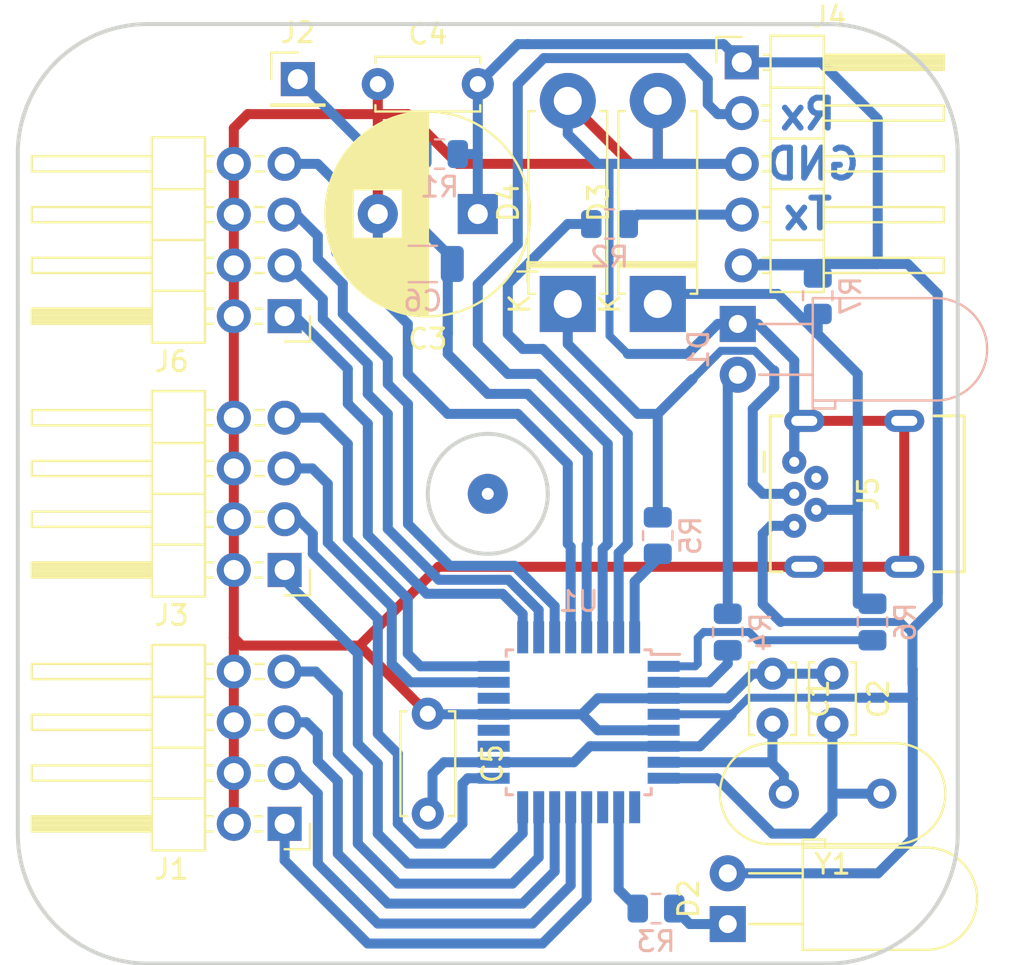
<source format=kicad_pcb>
(kicad_pcb (version 20211014) (generator pcbnew)
  (layers (0 "F.Cu" signal) (31 "B.Cu" signal) (34 "B.Paste" user) (35 "F.Paste" user) (36 "B.SilkS" user "B.Silkscreen") (37 "F.SilkS" user "F.Silkscreen") (38 "B.Mask" user) (39 "F.Mask" user) (44 "Edge.Cuts" user))
  (net 0 "")
  (net 1 "GNDD")
  (net 2 "Net-(C1-Pad2)")
  (net 3 "Net-(C2-Pad2)")
  (net 4 "VCC")
  (net 5 "Net-(D3-Pad1)")
  (net 6 "Net-(D4-Pad1)")
  (net 7 "/Rx")
  (net 8 "Net-(J4-Pad4)")
  (net 10 "/Tx")
  (net 11 "Net-(R3-Pad1)")
  (net 12 "Net-(R5-Pad1)")
  (net 13 "Net-(R6-Pad1)")
  (net 18 "Net-(R1-Pad1)")
  (net 19 "Net-(U1-Pad12)")
  (net 20 "Net-(U1-Pad13)")
  (net 21 "Net-(U1-Pad14)")
  (net 22 "Net-(U1-Pad15)")
  (net 23 "Net-(U1-Pad16)")
  (net 24 "Net-(U1-Pad17)")
  (net 25 "Net-(U1-Pad23)")
  (net 26 "Net-(U1-Pad24)")
  (net 27 "Net-(U1-Pad25)")
  (net 28 "Net-(U1-Pad26)")
  (net 29 "Net-(U1-Pad27)")
  (net 30 "Net-(U1-Pad28)")
  (net 31 "Net-(R4-Pad2)")
  (net 32 "Net-(U1-Pad2)")
  (net 34 "Net-(D2-Pad1)")
  (footprint "Capacitor_THT:C_Disc_D5.0mm_W2.5mm_P5.00mm" (layer "F.Cu") (at 38 23)
    (fp_text reference "C4" (at 2.5 -2.5) (layer "F.SilkS"))
    (fp_text value "C")
    (pad "1" thru_hole circle (at 0 0) (size 1.6 1.6) (drill 0.8) (layers *.Cu *.Mask) (net 1 "GNDD"))
    (pad "2" thru_hole circle (at 5 0) (size 1.6 1.6) (drill 0.8) (layers *.Cu *.Mask) (net 4 "VCC"))
  )
  (footprint "Connector_PinHeader_2.54mm:PinHeader_2x04_P2.54mm_Horizontal" (layer "F.Cu") (at 33.34 34.61 180)
    (fp_text reference "J6" (at 5.655 -2.27 180) (layer "F.SilkS"))
    (fp_text value "Conn_02x04_Odd_Even")
    (pad "1" thru_hole rect (at 0 0 180) (size 1.7 1.7) (drill 1) (layers *.Cu *.Mask) (net 27 "Net-(U1-Pad25)"))
    (pad "2" thru_hole oval (at 2.54 0 180) (size 1.7 1.7) (drill 1) (layers *.Cu *.Mask) (net 1 "GNDD"))
    (pad "3" thru_hole oval (at 0 2.54 180) (size 1.7 1.7) (drill 1) (layers *.Cu *.Mask) (net 28 "Net-(U1-Pad26)"))
    (pad "4" thru_hole oval (at 2.54 2.54 180) (size 1.7 1.7) (drill 1) (layers *.Cu *.Mask) (net 1 "GNDD"))
    (pad "5" thru_hole oval (at 0 5.08 180) (size 1.7 1.7) (drill 1) (layers *.Cu *.Mask) (net 29 "Net-(U1-Pad27)"))
    (pad "6" thru_hole oval (at 2.54 5.08 180) (size 1.7 1.7) (drill 1) (layers *.Cu *.Mask) (net 1 "GNDD"))
    (pad "7" thru_hole oval (at 0 7.62 180) (size 1.7 1.7) (drill 1) (layers *.Cu *.Mask) (net 30 "Net-(U1-Pad28)"))
    (pad "8" thru_hole oval (at 2.54 7.62 180) (size 1.7 1.7) (drill 1) (layers *.Cu *.Mask) (net 1 "GNDD"))
  )
  (footprint "Capacitor_THT:C_Disc_D5.0mm_W2.5mm_P5.00mm" (layer "F.Cu") (at 40.5 54.5 -90)
    (fp_text reference "C5" (at 2.5 -3.235 90) (layer "F.SilkS"))
    (fp_text value "C")
    (pad "1" thru_hole circle (at 0 0 270) (size 1.6 1.6) (drill 0.8) (layers *.Cu *.Mask) (net 1 "GNDD"))
    (pad "2" thru_hole circle (at 5 0 270) (size 1.6 1.6) (drill 0.8) (layers *.Cu *.Mask) (net 4 "VCC"))
  )
  (footprint "Connector_PinHeader_2.54mm:PinHeader_1x05_P2.54mm_Horizontal" (layer "F.Cu") (at 56.2 21.91)
    (fp_text reference "J4" (at 4.385 -2.27) (layer "F.SilkS"))
    (fp_text value "UART")
    (pad "1" thru_hole rect (at 0 0) (size 1.7 1.7) (drill 1) (layers *.Cu *.Mask) (net 4 "VCC"))
    (pad "2" thru_hole oval (at 0 2.54) (size 1.7 1.7) (drill 1) (layers *.Cu *.Mask) (net 7 "/Rx"))
    (pad "3" thru_hole oval (at 0 5.08) (size 1.7 1.7) (drill 1) (layers *.Cu *.Mask) (net 1 "GNDD"))
    (pad "4" thru_hole oval (at 0 7.62) (size 1.7 1.7) (drill 1) (layers *.Cu *.Mask) (net 8 "Net-(J4-Pad4)"))
    (pad "5" thru_hole oval (at 0 10.16) (size 1.7 1.7) (drill 1) (layers *.Cu *.Mask) (net 4 "VCC"))
  )
  (footprint "LED_THT:LED_D5.0mm_Horizontal_O3.81mm_Z9.0mm" (layer "F.Cu") (at 55.5 65.025 90)
    (fp_text reference "D2" (at 1.27 -1.96 90) (layer "F.SilkS"))
    (fp_text value "LED")
    (pad "1" thru_hole rect (at 0 0 90) (size 1.8 1.8) (drill 0.9) (layers *.Cu *.Mask) (net 34 "Net-(D2-Pad1)"))
    (pad "2" thru_hole circle (at 2.54 0 90) (size 1.8 1.8) (drill 0.9) (layers *.Cu *.Mask) (net 4 "VCC"))
  )
  (footprint "userlib_kicad:USB-mini" (layer "F.Cu") (at 58.825 41.9 -90)
    (fp_text reference "J5" (at 1.6 -3.7 90) (layer "F.SilkS"))
    (fp_text value "USB_B_Mini")
    (pad "1" thru_hole circle locked (at 3.2 0 270) (size 1.2 1.2) (drill 0.5) (layers *.Cu *.Mask) (net 4 "VCC"))
    (pad "2" thru_hole circle locked (at 2.4 -1.1 270) (size 1.2 1.2) (drill 0.5) (layers *.Cu *.Mask) (net 5 "Net-(D3-Pad1)"))
    (pad "3" thru_hole circle locked (at 1.6 0 270) (size 1.2 1.2) (drill 0.5) (layers *.Cu *.Mask) (net 6 "Net-(D4-Pad1)"))
    (pad "4" thru_hole circle locked (at 0.8 -1.1 270) (size 1.2 1.2) (drill 0.5) (layers *.Cu *.Mask))
    (pad "5" thru_hole circle locked (at 0 0) (size 1.2 1.2) (drill 0.5) (layers *.Cu *.Mask) (net 1 "GNDD"))
    (pad "6" thru_hole oval locked (at 5.25 -0.5 270) (size 1.1 2) (drill oval 0.5 1.3) (layers *.Cu *.Mask) (net 1 "GNDD"))
    (pad "6" thru_hole oval locked (at -2.05 -5.5 270) (size 1.1 2) (drill oval 0.5 1.3) (layers *.Cu *.Mask) (net 1 "GNDD"))
    (pad "6" thru_hole oval locked (at -2.05 -0.5 270) (size 1.1 2) (drill oval 0.5 1.3) (layers *.Cu *.Mask) (net 1 "GNDD"))
    (pad "6" thru_hole oval locked (at 5.25 -5.5 270) (size 1.1 2) (drill oval 0.5 1.3) (layers *.Cu *.Mask) (net 1 "GNDD"))
  )
  (footprint "Connector_PinHeader_2.54mm:PinHeader_2x04_P2.54mm_Horizontal" (layer "F.Cu") (at 33.34 60.01 180)
    (fp_text reference "J1" (at 5.655 -2.27 180) (layer "F.SilkS"))
    (fp_text value "Conn_02x04_Odd_Even")
    (pad "1" thru_hole rect (at 0 0 180) (size 1.7 1.7) (drill 1) (layers *.Cu *.Mask) (net 19 "Net-(U1-Pad12)"))
    (pad "2" thru_hole oval (at 2.54 0 180) (size 1.7 1.7) (drill 1) (layers *.Cu *.Mask) (net 1 "GNDD"))
    (pad "3" thru_hole oval (at 0 2.54 180) (size 1.7 1.7) (drill 1) (layers *.Cu *.Mask) (net 20 "Net-(U1-Pad13)"))
    (pad "4" thru_hole oval (at 2.54 2.54 180) (size 1.7 1.7) (drill 1) (layers *.Cu *.Mask) (net 1 "GNDD"))
    (pad "5" thru_hole oval (at 0 5.08 180) (size 1.7 1.7) (drill 1) (layers *.Cu *.Mask) (net 21 "Net-(U1-Pad14)"))
    (pad "6" thru_hole oval (at 2.54 5.08 180) (size 1.7 1.7) (drill 1) (layers *.Cu *.Mask) (net 1 "GNDD"))
    (pad "7" thru_hole oval (at 0 7.62 180) (size 1.7 1.7) (drill 1) (layers *.Cu *.Mask) (net 22 "Net-(U1-Pad15)"))
    (pad "8" thru_hole oval (at 2.54 7.62 180) (size 1.7 1.7) (drill 1) (layers *.Cu *.Mask) (net 1 "GNDD"))
  )
  (footprint "Connector_PinHeader_2.54mm:PinHeader_1x01_P2.54mm_Vertical" (layer "F.Cu") (at 34 22.75)
    (fp_text reference "J2" (at 0 -2.33) (layer "F.SilkS"))
    (fp_text value "RST")
    (pad "1" thru_hole rect (at 0 0) (size 1.7 1.7) (drill 1) (layers *.Cu *.Mask) (net 18 "Net-(R1-Pad1)"))
  )
  (footprint "Capacitor_THT:C_Disc_D3.4mm_W2.1mm_P2.50mm" (layer "F.Cu") (at 60.735 52.5 -90)
    (fp_text reference "C2" (at 1.25 -2.3 90) (layer "F.SilkS"))
    (fp_text value "C")
    (pad "1" thru_hole circle (at 0 0 270) (size 1.6 1.6) (drill 0.8) (layers *.Cu *.Mask) (net 1 "GNDD"))
    (pad "2" thru_hole circle (at 2.5 0 270) (size 1.6 1.6) (drill 0.8) (layers *.Cu *.Mask) (net 3 "Net-(C2-Pad2)"))
  )
  (footprint "Crystal:Crystal_HC49-U_Vertical" (layer "F.Cu") (at 63.185 58.5 180)
    (fp_text reference "Y1" (at 2.44 -3.525) (layer "F.SilkS"))
    (fp_text value "Crystal")
    (pad "1" thru_hole circle (at 0 0 180) (size 1.5 1.5) (drill 0.8) (layers *.Cu *.Mask) (net 3 "Net-(C2-Pad2)"))
    (pad "2" thru_hole circle (at 4.88 0 180) (size 1.5 1.5) (drill 0.8) (layers *.Cu *.Mask) (net 2 "Net-(C1-Pad2)"))
  )
  (footprint "Diode_THT:D_5W_P10.16mm_Horizontal" (layer "F.Cu") (at 52 34 90)
    (fp_text reference "D3" (at 5.08 -2.97 90) (layer "F.SilkS"))
    (fp_text value "D_Zener")
    (fp_text user "K" (at 0 -2.4 90) (layer "F.SilkS"))
    (pad "1" thru_hole rect (at 0 0 90) (size 2.8 2.8) (drill 1.4) (layers *.Cu *.Mask) (net 5 "Net-(D3-Pad1)"))
    (pad "2" thru_hole oval (at 10.16 0 90) (size 2.8 2.8) (drill 1.4) (layers *.Cu *.Mask) (net 1 "GNDD"))
  )
  (footprint "Diode_THT:D_5W_P10.16mm_Horizontal" (layer "F.Cu") (at 47.5 34 90)
    (fp_text reference "D4" (at 5.08 -2.97 90) (layer "F.SilkS"))
    (fp_text value "D_Zener")
    (fp_text user "K" (at 0 -2.4 90) (layer "F.SilkS"))
    (pad "1" thru_hole rect (at 0 0 90) (size 2.8 2.8) (drill 1.4) (layers *.Cu *.Mask) (net 6 "Net-(D4-Pad1)"))
    (pad "2" thru_hole oval (at 10.16 0 90) (size 2.8 2.8) (drill 1.4) (layers *.Cu *.Mask) (net 1 "GNDD"))
  )
  (footprint "Connector_PinHeader_2.54mm:PinHeader_2x04_P2.54mm_Horizontal" (layer "F.Cu") (at 33.34 47.31 180)
    (fp_text reference "J3" (at 5.655 -2.27 180) (layer "F.SilkS"))
    (fp_text value "Conn_02x04_Odd_Even")
    (pad "1" thru_hole rect (at 0 0 180) (size 1.7 1.7) (drill 1) (layers *.Cu *.Mask) (net 23 "Net-(U1-Pad16)"))
    (pad "2" thru_hole oval (at 2.54 0 180) (size 1.7 1.7) (drill 1) (layers *.Cu *.Mask) (net 1 "GNDD"))
    (pad "3" thru_hole oval (at 0 2.54 180) (size 1.7 1.7) (drill 1) (layers *.Cu *.Mask) (net 24 "Net-(U1-Pad17)"))
    (pad "4" thru_hole oval (at 2.54 2.54 180) (size 1.7 1.7) (drill 1) (layers *.Cu *.Mask) (net 1 "GNDD"))
    (pad "5" thru_hole oval (at 0 5.08 180) (size 1.7 1.7) (drill 1) (layers *.Cu *.Mask) (net 25 "Net-(U1-Pad23)"))
    (pad "6" thru_hole oval (at 2.54 5.08 180) (size 1.7 1.7) (drill 1) (layers *.Cu *.Mask) (net 1 "GNDD"))
    (pad "7" thru_hole oval (at 0 7.62 180) (size 1.7 1.7) (drill 1) (layers *.Cu *.Mask) (net 26 "Net-(U1-Pad24)"))
    (pad "8" thru_hole oval (at 2.54 7.62 180) (size 1.7 1.7) (drill 1) (layers *.Cu *.Mask) (net 1 "GNDD"))
  )
  (footprint "Capacitor_THT:C_Disc_D3.4mm_W2.1mm_P2.50mm" (layer "F.Cu") (at 57.735 52.5 -90)
    (fp_text reference "C1" (at 1.25 -2.3 90) (layer "F.SilkS"))
    (fp_text value "C")
    (pad "1" thru_hole circle (at 0 0 270) (size 1.6 1.6) (drill 0.8) (layers *.Cu *.Mask) (net 1 "GNDD"))
    (pad "2" thru_hole circle (at 2.5 0 270) (size 1.6 1.6) (drill 0.8) (layers *.Cu *.Mask) (net 2 "Net-(C1-Pad2)"))
  )
  (footprint "Capacitor_THT:CP_Radial_D10.0mm_P5.00mm" (layer "F.Cu") (at 43 29.5 180)
    (fp_text reference "C3" (at 2.5 -6.25) (layer "F.SilkS"))
    (fp_text value "C_Polarized")
    (pad "1" thru_hole rect (at 0 0 180) (size 2 2) (drill 1) (layers *.Cu *.Mask) (net 4 "VCC"))
    (pad "2" thru_hole circle (at 5 0 180) (size 2 2) (drill 1) (layers *.Cu *.Mask) (net 1 "GNDD"))
  )
  (footprint "Resistor_SMD:R_0805_2012Metric" (layer "B.Cu") (at 49.5875 30)
    (fp_text reference "R2" (at 0 1.65) (layer "B.SilkS") (effects (justify mirror)))
    (fp_text value "R")
    (pad "1" smd roundrect (at -0.9125 0) (size 1.025 1.4) (layers "B.Cu" "B.Paste" "B.Mask") (roundrect_rratio 0.243902439) (net 10 "/Tx"))
    (pad "2" smd roundrect (at 0.9125 0) (size 1.025 1.4) (layers "B.Cu" "B.Paste" "B.Mask") (roundrect_rratio 0.243902439) (net 8 "Net-(J4-Pad4)"))
  )
  (footprint "Capacitor_SMD:C_1206_3216Metric" (layer "B.Cu") (at 40.25 32)
    (fp_text reference "C6" (at 0 1.85) (layer "B.SilkS") (effects (justify mirror)))
    (fp_text value "C")
    (pad "1" smd roundrect (at -1.475 0) (size 1.15 1.8) (layers "B.Cu" "B.Paste" "B.Mask") (roundrect_rratio 0.2173913043) (net 1 "GNDD"))
    (pad "2" smd roundrect (at 1.475 0) (size 1.15 1.8) (layers "B.Cu" "B.Paste" "B.Mask") (roundrect_rratio 0.2173913043) (net 18 "Net-(R1-Pad1)"))
  )
  (footprint "Resistor_SMD:R_0805_2012Metric" (layer "B.Cu") (at 41.0875 26.5)
    (fp_text reference "R1" (at 0 1.65) (layer "B.SilkS") (effects (justify mirror)))
    (fp_text value "R")
    (pad "1" smd roundrect (at -0.9125 0) (size 1.025 1.4) (layers "B.Cu" "B.Paste" "B.Mask") (roundrect_rratio 0.243902439) (net 18 "Net-(R1-Pad1)"))
    (pad "2" smd roundrect (at 0.9125 0) (size 1.025 1.4) (layers "B.Cu" "B.Paste" "B.Mask") (roundrect_rratio 0.243902439) (net 4 "VCC"))
  )
  (footprint "Package_QFP:TQFP-32_7x7mm_P0.8mm" (layer "B.Cu") (at 48.045 54.93 180)
    (fp_text reference "U1" (at 0 6.05) (layer "B.SilkS") (effects (justify mirror)))
    (fp_text value "ATmega8A-A")
    (pad "1" smd rect (at -4.25 2.8 180) (size 1.6 0.55) (layers "B.Cu" "B.Paste" "B.Mask") (net 13 "Net-(R6-Pad1)"))
    (pad "2" smd rect (at -4.25 2 180) (size 1.6 0.55) (layers "B.Cu" "B.Paste" "B.Mask") (net 32 "Net-(U1-Pad2)"))
    (pad "3" smd rect (at -4.25 1.2 180) (size 1.6 0.55) (layers "B.Cu" "B.Paste" "B.Mask") (net 1 "GNDD"))
    (pad "4" smd rect (at -4.25 0.4 180) (size 1.6 0.55) (layers "B.Cu" "B.Paste" "B.Mask") (net 4 "VCC"))
    (pad "5" smd rect (at -4.25 -0.4 180) (size 1.6 0.55) (layers "B.Cu" "B.Paste" "B.Mask") (net 1 "GNDD"))
    (pad "6" smd rect (at -4.25 -1.2 180) (size 1.6 0.55) (layers "B.Cu" "B.Paste" "B.Mask") (net 4 "VCC"))
    (pad "7" smd rect (at -4.25 -2 180) (size 1.6 0.55) (layers "B.Cu" "B.Paste" "B.Mask") (net 2 "Net-(C1-Pad2)"))
    (pad "8" smd rect (at -4.25 -2.8 180) (size 1.6 0.55) (layers "B.Cu" "B.Paste" "B.Mask") (net 3 "Net-(C2-Pad2)"))
    (pad "9" smd rect (at -2.8 -4.25 90) (size 1.6 0.55) (layers "B.Cu" "B.Paste" "B.Mask"))
    (pad "10" smd rect (at -2 -4.25 90) (size 1.6 0.55) (layers "B.Cu" "B.Paste" "B.Mask") (net 11 "Net-(R3-Pad1)"))
    (pad "11" smd rect (at -1.2 -4.25 90) (size 1.6 0.55) (layers "B.Cu" "B.Paste" "B.Mask"))
    (pad "12" smd rect (at -0.4 -4.25 90) (size 1.6 0.55) (layers "B.Cu" "B.Paste" "B.Mask") (net 19 "Net-(U1-Pad12)"))
    (pad "13" smd rect (at 0.4 -4.25 90) (size 1.6 0.55) (layers "B.Cu" "B.Paste" "B.Mask") (net 20 "Net-(U1-Pad13)"))
    (pad "14" smd rect (at 1.2 -4.25 90) (size 1.6 0.55) (layers "B.Cu" "B.Paste" "B.Mask") (net 21 "Net-(U1-Pad14)"))
    (pad "15" smd rect (at 2 -4.25 90) (size 1.6 0.55) (layers "B.Cu" "B.Paste" "B.Mask") (net 22 "Net-(U1-Pad15)"))
    (pad "16" smd rect (at 2.8 -4.25 90) (size 1.6 0.55) (layers "B.Cu" "B.Paste" "B.Mask") (net 23 "Net-(U1-Pad16)"))
    (pad "17" smd rect (at 4.25 -2.8 180) (size 1.6 0.55) (layers "B.Cu" "B.Paste" "B.Mask") (net 24 "Net-(U1-Pad17)"))
    (pad "18" smd rect (at 4.25 -2 180) (size 1.6 0.55) (layers "B.Cu" "B.Paste" "B.Mask") (net 4 "VCC"))
    (pad "19" smd rect (at 4.25 -1.2 180) (size 1.6 0.55) (layers "B.Cu" "B.Paste" "B.Mask"))
    (pad "20" smd rect (at 4.25 -0.4 180) (size 1.6 0.55) (layers "B.Cu" "B.Paste" "B.Mask"))
    (pad "21" smd rect (at 4.25 0.4 180) (size 1.6 0.55) (layers "B.Cu" "B.Paste" "B.Mask") (net 1 "GNDD"))
    (pad "22" smd rect (at 4.25 1.2 180) (size 1.6 0.55) (layers "B.Cu" "B.Paste" "B.Mask"))
    (pad "23" smd rect (at 4.25 2 180) (size 1.6 0.55) (layers "B.Cu" "B.Paste" "B.Mask") (net 25 "Net-(U1-Pad23)"))
    (pad "24" smd rect (at 4.25 2.8 180) (size 1.6 0.55) (layers "B.Cu" "B.Paste" "B.Mask") (net 26 "Net-(U1-Pad24)"))
    (pad "25" smd rect (at 2.8 4.25 90) (size 1.6 0.55) (layers "B.Cu" "B.Paste" "B.Mask") (net 27 "Net-(U1-Pad25)"))
    (pad "26" smd rect (at 2 4.25 90) (size 1.6 0.55) (layers "B.Cu" "B.Paste" "B.Mask") (net 28 "Net-(U1-Pad26)"))
    (pad "27" smd rect (at 1.2 4.25 90) (size 1.6 0.55) (layers "B.Cu" "B.Paste" "B.Mask") (net 29 "Net-(U1-Pad27)"))
    (pad "28" smd rect (at 0.4 4.25 90) (size 1.6 0.55) (layers "B.Cu" "B.Paste" "B.Mask") (net 30 "Net-(U1-Pad28)"))
    (pad "29" smd rect (at -0.4 4.25 90) (size 1.6 0.55) (layers "B.Cu" "B.Paste" "B.Mask") (net 18 "Net-(R1-Pad1)"))
    (pad "30" smd rect (at -1.2 4.25 90) (size 1.6 0.55) (layers "B.Cu" "B.Paste" "B.Mask") (net 7 "/Rx"))
    (pad "31" smd rect (at -2 4.25 90) (size 1.6 0.55) (layers "B.Cu" "B.Paste" "B.Mask") (net 10 "/Tx"))
    (pad "32" smd rect (at -2.8 4.25 90) (size 1.6 0.55) (layers "B.Cu" "B.Paste" "B.Mask") (net 12 "Net-(R5-Pad1)"))
  )
  (footprint "Resistor_SMD:R_0805_2012Metric" (layer "B.Cu") (at 60 33.5875 90)
    (fp_text reference "R7" (at 0 1.65 90) (layer "B.SilkS") (effects (justify mirror)))
    (fp_text value "R")
    (pad "1" smd roundrect (at -0.9125 0 90) (size 1.025 1.4) (layers "B.Cu" "B.Paste" "B.Mask") (roundrect_rratio 0.243902439) (net 5 "Net-(D3-Pad1)"))
    (pad "2" smd roundrect (at 0.9125 0 90) (size 1.025 1.4) (layers "B.Cu" "B.Paste" "B.Mask") (roundrect_rratio 0.243902439) (net 4 "VCC"))
  )
  (footprint "Resistor_SMD:R_0805_2012Metric" (layer "B.Cu") (at 52 45.5875 90)
    (fp_text reference "R5" (at 0 1.65 90) (layer "B.SilkS") (effects (justify mirror)))
    (fp_text value "R")
    (pad "1" smd roundrect (at -0.9125 0 90) (size 1.025 1.4) (layers "B.Cu" "B.Paste" "B.Mask") (roundrect_rratio 0.243902439) (net 12 "Net-(R5-Pad1)"))
    (pad "2" smd roundrect (at 0.9125 0 90) (size 1.025 1.4) (layers "B.Cu" "B.Paste" "B.Mask") (roundrect_rratio 0.243902439) (net 6 "Net-(D4-Pad1)"))
  )
  (footprint "Resistor_SMD:R_0805_2012Metric" (layer "B.Cu") (at 62.735 49.9125 90)
    (fp_text reference "R6" (at 0 1.65 90) (layer "B.SilkS") (effects (justify mirror)))
    (fp_text value "R")
    (pad "1" smd roundrect (at -0.9125 0 90) (size 1.025 1.4) (layers "B.Cu" "B.Paste" "B.Mask") (roundrect_rratio 0.243902439) (net 13 "Net-(R6-Pad1)"))
    (pad "2" smd roundrect (at 0.9125 0 90) (size 1.025 1.4) (layers "B.Cu" "B.Paste" "B.Mask") (roundrect_rratio 0.243902439) (net 5 "Net-(D3-Pad1)"))
  )
  (footprint "LED_THT:LED_D5.0mm_Horizontal_O3.81mm_Z9.0mm" (layer "B.Cu") (at 56 35 -90)
    (fp_text reference "D1" (at 1.27 1.96 90) (layer "B.SilkS") (effects (justify mirror)))
    (fp_text value "LED")
    (pad "1" thru_hole rect (at 0 0 270) (size 1.8 1.8) (drill 0.9) (layers *.Cu *.Mask) (net 1 "GNDD") (clearance 0.1))
    (pad "2" thru_hole circle (at 2.54 0 270) (size 1.8 1.8) (drill 0.9) (layers *.Cu *.Mask) (net 31 "Net-(R4-Pad2)") (clearance 0.1))
  )
  (footprint "Resistor_SMD:R_0805_2012Metric" (layer "B.Cu") (at 55.5 50.4125 90)
    (fp_text reference "R4" (at 0 1.65 90) (layer "B.SilkS") (effects (justify mirror)))
    (fp_text value "R")
    (pad "1" smd roundrect (at -0.9125 0 90) (size 1.025 1.4) (layers "B.Cu" "B.Paste" "B.Mask") (roundrect_rratio 0.243902439) (net 32 "Net-(U1-Pad2)"))
    (pad "2" smd roundrect (at 0.9125 0 90) (size 1.025 1.4) (layers "B.Cu" "B.Paste" "B.Mask") (roundrect_rratio 0.243902439) (net 31 "Net-(R4-Pad2)"))
  )
  (footprint "Resistor_SMD:R_0805_2012Metric" (layer "B.Cu") (at 51.9125 64.25)
    (fp_text reference "R3" (at 0 1.65) (layer "B.SilkS") (effects (justify mirror)))
    (fp_text value "R")
    (pad "1" smd roundrect (at -0.9125 0) (size 1.025 1.4) (layers "B.Cu" "B.Paste" "B.Mask") (roundrect_rratio 0.243902439) (net 11 "Net-(R3-Pad1)"))
    (pad "2" smd roundrect (at 0.9125 0) (size 1.025 1.4) (layers "B.Cu" "B.Paste" "B.Mask") (roundrect_rratio 0.243902439) (net 34 "Net-(D2-Pad1)"))
  )
  (gr_arc (start 20.000001 26.25) (mid 21.989622 21.81281) (end 26.5 19.995195) (layer "Edge.Cuts") (width 0.2))
  (gr_line (start 26.5 19.995195) (end 60.5 20) (layer "Edge.Cuts") (width 0.2))
  (gr_arc (start 60.5 20) (mid 65.096194 21.903806) (end 67 26.5) (layer "Edge.Cuts") (width 0.2))
  (gr_line (start 60.5 67) (end 26.5 67) (layer "Edge.Cuts") (width 0.2))
  (gr_arc (start 67 60.5) (mid 65.096194 65.096194) (end 60.5 67) (layer "Edge.Cuts") (width 0.2))
  (gr_circle (center 43.5 43.5) (end 46.5 43.5) (layer "Edge.Cuts") (width 0.2) (fill none))
  (gr_arc (start 26.5 67) (mid 21.903806 65.096194) (end 20 60.5) (layer "Edge.Cuts") (width 0.2))
  (gr_line (start 20 60.5) (end 20.000001 26.25) (layer "Edge.Cuts") (width 0.2))
  (gr_line (start 67 26.5) (end 67 60.5) (layer "Edge.Cuts") (width 0.2))
  (gr_text "Rx" (at 59.5 24.5) (layer "B.Cu") (effects (font (size 1.5 1.5) (thickness 0.3)) (justify mirror)))
  (gr_text "Tx" (at 59.5 29.5) (layer "B.Cu") (effects (font (size 1.5 1.5) (thickness 0.3)) (justify mirror)))
  (gr_text "GND" (at 59.75 27) (layer "B.Cu") (effects (font (size 1.5 1.5) (thickness 0.3)) (justify mirror)))
  (via (at 43.5 43.5) (size 2) (drill 0.6) (layers "F.Cu" "B.Cu") (net 0))
  (segment (start 59.325 39.85) (end 64.325 39.85) (width 0.5) (layer "F.Cu") (net 1))
  (segment (start 38 24.5) (end 38 29.5) (width 0.5) (layer "F.Cu") (net 1))
  (segment (start 56.2 26.99) (end 52.01 26.99) (width 0.5) (layer "F.Cu") (net 1))
  (segment (start 38 23) (end 38 24.5) (width 0.5) (layer "F.Cu") (net 1))
  (segment (start 38 24.5) (end 39.5 24.5) (width 0.5) (layer "F.Cu") (net 1))
  (segment (start 41.030978 47.15) (end 37.090489 51.090489) (width 0.5) (layer "F.Cu") (net 1))
  (segment (start 52 23.84) (end 52 26.98) (width 0.5) (layer "F.Cu") (net 1))
  (segment (start 30.8 50.7) (end 30.8 60.01) (width 0.5) (layer "F.Cu") (net 1))
  (segment (start 64.325 39.85) (end 64.325 47.15) (width 0.5) (layer "F.Cu") (net 1))
  (segment (start 59.325 47.15) (end 41.030978 47.15) (width 0.5) (layer "F.Cu") (net 1))
  (segment (start 31.5 24.5) (end 38 24.5) (width 0.5) (layer "F.Cu") (net 1))
  (segment (start 40.5 54.5) (end 37.090489 51.090489) (width 0.5) (layer "F.Cu") (net 1))
  (segment (start 31.190489 51.090489) (end 30.8 50.7) (width 0.5) (layer "F.Cu") (net 1))
  (segment (start 37.090489 51.090489) (end 31.190489 51.090489) (width 0.5) (layer "F.Cu") (net 1))
  (segment (start 52 26.98) (end 52.01 26.99) (width 0.5) (layer "F.Cu") (net 1))
  (segment (start 39.5 24.5) (end 41.99 26.99) (width 0.5) (layer "F.Cu") (net 1))
  (segment (start 30.8 26.99) (end 30.8 25.2) (width 0.5) (layer "F.Cu") (net 1))
  (segment (start 50.65 26.99) (end 47.5 23.84) (width 0.5) (layer "F.Cu") (net 1))
  (segment (start 41.99 26.99) (end 50.65 26.99) (width 0.5) (layer "F.Cu") (net 1))
  (segment (start 30.8 25.2) (end 31.5 24.5) (width 0.5) (layer "F.Cu") (net 1))
  (segment (start 30.8 26.99) (end 30.8 50.7) (width 0.5) (layer "F.Cu") (net 1))
  (segment (start 60.06 47.15) (end 65.06 47.15) (width 0.5) (layer "F.Cu") (net 1))
  (segment (start 52.01 26.99) (end 50.65 26.99) (width 0.5) (layer "F.Cu") (net 1))
  (segment (start 48.99 26.99) (end 47.5 25.5) (width 0.5) (layer "B.Cu") (net 1))
  (segment (start 49.005 55.33) (end 48.205 54.53) (width 0.5) (layer "B.Cu") (net 1))
  (segment (start 53.49 26.99) (end 52 26.99) (width 0.5) (layer "B.Cu") (net 1))
  (segment (start 38 29.5) (end 38 31.225) (width 0.5) (layer "B.Cu") (net 1))
  (segment (start 53.49 26.99) (end 49.51 26.99) (width 0.5) (layer "B.Cu") (net 1))
  (segment (start 48.205 54.53) (end 43.795 54.53) (width 0.5) (layer "B.Cu") (net 1))
  (segment (start 55 35) (end 53.5 36.5) (width 0.5) (layer "B.Cu") (net 1))
  (segment (start 52 26.99) (end 52 23.84) (width 0.5) (layer "B.Cu") (net 1))
  (segment (start 49.005 53.73) (end 48.205 54.53) (width 0.5) (layer "B.Cu") (net 1))
  (segment (start 52.295 53.73) (end 49.005 53.73) (width 0.5) (layer "B.Cu") (net 1))
  (segment (start 56 35) (end 55 35) (width 0.5) (layer "B.Cu") (net 1))
  (segment (start 49.58702 35.58702) (end 49.58702 27.06702) (width 0.4) (layer "B.Cu") (net 1))
  (segment (start 40.53 54.53) (end 40.5 54.5) (width 0.5) (layer "B.Cu") (net 1))
  (segment (start 52.295 55.33) (end 49.005 55.33) (width 0.5) (layer "B.Cu") (net 1))
  (segment (start 58.825 41.9) (end 58.825 36.825) (width 0.5) (layer "B.Cu") (net 1))
  (segment (start 38 31.225) (end 38.775 32) (width 0.5) (layer "B.Cu") (net 1))
  (segment (start 58.825 41.9) (end 58.825 40.35) (width 0.5) (layer "B.Cu") (net 1))
  (segment (start 56.735 52.5) (end 57.735 52.5) (width 0.5) (layer "B.Cu") (net 1))
  (segment (start 49.51 26.99) (end 48.99 26.99) (width 0.5) (layer "B.Cu") (net 1))
  (segment (start 49.58702 27.06702) (end 49.51 26.99) (width 0.4) (layer "B.Cu") (net 1))
  (segment (start 57.735 52.5) (end 60.735 52.5) (width 0.5) (layer "B.Cu") (net 1))
  (segment (start 55.505 53.73) (end 56.735 52.5) (width 0.5) (layer "B.Cu") (net 1))
  (segment (start 58.825 36.825) (end 57 35) (width 0.5) (layer "B.Cu") (net 1))
  (segment (start 53.5 36.5) (end 50.5 36.5) (width 0.5) (layer "B.Cu") (net 1))
  (segment (start 52.295 53.73) (end 55.505 53.73) (width 0.5) (layer "B.Cu") (net 1))
  (segment (start 57 35) (end 56 35) (width 0.5) (layer "B.Cu") (net 1))
  (segment (start 56.2 26.99) (end 53.49 26.99) (width 0.5) (layer "B.Cu") (net 1))
  (segment (start 43.795 54.53) (end 40.53 54.53) (width 0.5) (layer "B.Cu") (net 1))
  (segment (start 58.825 40.35) (end 59.325 39.85) (width 0.5) (layer "B.Cu") (net 1))
  (segment (start 50.5 36.5) (end 49.58702 35.58702) (width 0.4) (layer "B.Cu") (net 1))
  (segment (start 47.5 23.84) (end 47.5 25.5) (width 0.5) (layer "B.Cu") (net 1))
  (segment (start 52.295 56.93) (end 57.665 56.93) (width 0.5) (layer "B.Cu") (net 2))
  (segment (start 58.305 57.57) (end 58.305 58.5) (width 0.5) (layer "B.Cu") (net 2))
  (segment (start 57.735 56.86) (end 57.665 56.93) (width 0.5) (layer "B.Cu") (net 2))
  (segment (start 57.735 55) (end 57.735 56.86) (width 0.5) (layer "B.Cu") (net 2))
  (segment (start 57.665 56.93) (end 58.305 57.57) (width 0.5) (layer "B.Cu") (net 2))
  (segment (start 63.185 58.5) (end 60.735 58.5) (width 0.5) (layer "B.Cu") (net 3))
  (segment (start 59.735 60.5) (end 60.735 59.5) (width 0.5) (layer "B.Cu") (net 3))
  (segment (start 54.965 57.73) (end 57.735 60.5) (width 0.5) (layer "B.Cu") (net 3))
  (segment (start 60.735 59.5) (end 60.735 58.5) (width 0.5) (layer "B.Cu") (net 3))
  (segment (start 57.735 60.5) (end 59.735 60.5) (width 0.5) (layer "B.Cu") (net 3))
  (segment (start 60.735 58.5) (end 60.735 55) (width 0.5) (layer "B.Cu") (net 3))
  (segment (start 52.295 57.73) (end 54.965 57.73) (width 0.5) (layer "B.Cu") (net 3))
  (segment (start 57.25 49.015) (end 58.14798 49.91298) (width 0.5) (layer "B.Cu") (net 4))
  (segment (start 56.535489 53.699511) (end 62.050489 53.699511) (width 0.4) (layer "B.Cu") (net 4))
  (segment (start 57.07 32.07) (end 59.93 32.07) (width 0.5) (layer "B.Cu") (net 4))
  (segment (start 58.825 45.1) (end 57.65 45.1) (width 0.5) (layer "B.Cu") (net 4))
  (segment (start 43 23) (end 43 26.5) (width 0.5) (layer "B.Cu") (net 4))
  (segment (start 52.295 56.13) (end 54.105 56.13) (width 0.5) (layer "B.Cu") (net 4))
  (segment (start 66 47.5) (end 66 33.5) (width 0.5) (layer "B.Cu") (net 4))
  (segment (start 45 21) (end 45.5 21) (width 0.5) (layer "B.Cu") (net 4))
  (segment (start 64.75 60.75) (end 64.75 53.75) (width 0.5) (layer "B.Cu") (net 4))
  (segment (start 64.699511 53.699511) (end 64.75 53.75) (width 0.5) (layer "B.Cu") (net 4))
  (segment (start 64.735 53) (end 64.735 50.265) (width 0.5) (layer "B.Cu") (net 4))
  (segment (start 52.295 54.53) (end 55.705 54.53) (width 0.4) (layer "B.Cu") (net 4))
  (segment (start 57.14 32) (end 57.07 32.07) (width 0.5) (layer "B.Cu") (net 4))
  (segment (start 66 49) (end 66 47.5) (width 0.5) (layer "B.Cu") (net 4))
  (segment (start 55.5 62.485) (end 63.015 62.485) (width 0.5) (layer "B.Cu") (net 4))
  (segment (start 60 32.675) (end 60 32) (width 0.5) (layer "B.Cu") (net 4))
  (segment (start 56.2 32.07) (end 57.07 32.07) (width 0.5) (layer "B.Cu") (net 4))
  (segment (start 57.25 45.5) (end 57.25 49.015) (width 0.5) (layer "B.Cu") (net 4))
  (segment (start 66 33.5) (end 64.5 32) (width 0.5) (layer "B.Cu") (net 4))
  (segment (start 43 26.5) (end 43 29.5) (width 0.5) (layer "B.Cu") (net 4))
  (segment (start 57.65 45.1) (end 57.25 45.5) (width 0.5) (layer "B.Cu") (net 4))
  (segment (start 64.735 52.265) (end 64.735 50.5) (width 0.4) (layer "B.Cu") (net 4))
  (segment (start 64.75 52.28) (end 64.735 52.265) (width 0.5) (layer "B.Cu") (net 4))
  (segment (start 52.295 56.13) (end 48.605 56.13) (width 0.5) (layer "B.Cu") (net 4))
  (segment (start 62.050489 53.699511) (end 64.699511 53.699511) (width 0.5) (layer "B.Cu") (net 4))
  (segment (start 63 24.75) (end 60.16 21.91) (width 0.5) (layer "B.Cu") (net 4))
  (segment (start 54.105 56.13) (end 55.705 54.53) (width 0.5) (layer "B.Cu") (net 4))
  (segment (start 56.2 21.91) (end 55.29 21) (width 0.5) (layer "B.Cu") (net 4))
  (segment (start 48.605 56.13) (end 47.805 56.93) (width 0.5) (layer "B.Cu") (net 4))
  (segment (start 43 23) (end 45 21) (width 0.5) (layer "B.Cu") (net 4))
  (segment (start 41.305 56.93) (end 40.735 57.5) (width 0.5) (layer "B.Cu") (net 4))
  (segment (start 66 48.5) (end 66 47.5) (width 0.5) (layer "B.Cu") (net 4))
  (segment (start 64.735 50.5) (end 64.14798 49.91298) (width 0.4) (layer "B.Cu") (net 4))
  (segment (start 60.16 21.91) (end 56.2 21.91) (width 0.5) (layer "B.Cu") (net 4))
  (segment (start 64.5 32) (end 57.14 32) (width 0.5) (layer "B.Cu") (net 4))
  (segment (start 40.735 57.5) (end 40.735 59.5) (width 0.5) (layer "B.Cu") (net 4))
  (segment (start 60 32) (end 63 32) (width 0.5) (layer "B.Cu") (net 4))
  (segment (start 64.735 50.265) (end 64.735 50.5) (width 0.5) (layer "B.Cu") (net 4))
  (segment (start 59.93 32.07) (end 60 32) (width 0.5) (layer "B.Cu") (net 4))
  (segment (start 64.14798 49.91298) (end 58.14798 49.91298) (width 0.4) (layer "B.Cu") (net 4))
  (segment (start 63 32) (end 63 24.75) (width 0.5) (layer "B.Cu") (net 4))
  (segment (start 64.75 53.75) (end 64.75 52.28) (width 0.5) (layer "B.Cu") (net 4))
  (segment (start 42 26.5) (end 43 26.5) (width 0.5) (layer "B.Cu") (net 4))
  (segment (start 64.735 53) (end 64.735 52.265) (width 0.4) (layer "B.Cu") (net 4))
  (segment (start 64.735 50.265) (end 66 49) (width 0.5) (layer "B.Cu") (net 4))
  (segment (start 63.015 62.485) (end 64.75 60.75) (width 0.5) (layer "B.Cu") (net 4))
  (segment (start 47.805 56.93) (end 43.795 56.93) (width 0.5) (layer "B.Cu") (net 4))
  (segment (start 55.705 54.53) (end 56.535489 53.699511) (width 0.4) (layer "B.Cu") (net 4))
  (segment (start 55.29 21) (end 45.5 21) (width 0.5) (layer "B.Cu") (net 4))
  (segment (start 43.795 56.93) (end 41.305 56.93) (width 0.5) (layer "B.Cu") (net 4))
  (segment (start 62 37.5) (end 60 35.5) (width 0.5) (layer "B.Cu") (net 5))
  (segment (start 62 49) (end 62 43.5) (width 0.5) (layer "B.Cu") (net 5))
  (segment (start 59.925 44.3) (end 62 44.3) (width 0.5) (layer "B.Cu") (net 5))
  (segment (start 62 44.3) (end 62 43.5) (width 0.5) (layer "B.Cu") (net 5))
  (segment (start 58 33.5) (end 60 35.5) (width 0.5) (layer "B.Cu") (net 5))
  (segment (start 62 43.5) (end 62 37.5) (width 0.5) (layer "B.Cu") (net 5))
  (segment (start 52 34) (end 52.5 33.5) (width 0.5) (layer "B.Cu") (net 5))
  (segment (start 52.5 33.5) (end 58 33.5) (width 0.5) (layer "B.Cu") (net 5))
  (segment (start 60 34.5) (end 60 35.5) (width 0.5) (layer "B.Cu") (net 5))
  (segment (start 57.825489 37.325489) (end 56.840489 36.340489) (width 0.4) (layer "B.Cu") (net 6))
  (segment (start 53.75 37.75) (end 52 39.5) (width 0.5) (layer "B.Cu") (net 6))
  (segment (start 56.75 43) (end 56.75 39.25) (width 0.5) (layer "B.Cu") (net 6))
  (segment (start 56.75 39.25) (end 57.825489 38.174511) (width 0.5) (layer "B.Cu") (net 6))
  (segment (start 51 39.5) (end 52 39.5) (width 0.5) (layer "B.Cu") (net 6))
  (segment (start 52 39.5) (end 52 44.675) (width 0.5) (layer "B.Cu") (net 6))
  (segment (start 55.159511 36.340489) (end 53.75 37.75) (width 0.4) (layer "B.Cu") (net 6))
  (segment (start 57.25 43.5) (end 56.75 43) (width 0.5) (layer "B.Cu") (net 6))
  (segment (start 47.5 34) (end 47.5 36) (width 0.5) (layer "B.Cu") (net 6))
  (segment (start 47.5 36) (end 51 39.5) (width 0.5) (layer "B.Cu") (net 6))
  (segment (start 57.825489 38.174511) (end 57.825489 37.325489) (width 0.5) (layer "B.Cu") (net 6))
  (segment (start 58.825 43.5) (end 57.25 43.5) (width 0.5) (layer "B.Cu") (net 6))
  (segment (start 56.840489 36.340489) (end 55.159511 36.340489) (width 0.4) (layer "B.Cu") (net 6))
  (segment (start 54.5 24) (end 55 24.5) (width 0.5) (layer "B.Cu") (net 7))
  (segment (start 45 23) (end 46.30048 21.69952) (width 0.5) (layer "B.Cu") (net 7))
  (segment (start 49.245 50.68) (end 49.245 46.255) (width 0.5) (layer "B.Cu") (net 7))
  (segment (start 55 24.5) (end 56.15 24.5) (width 0.5) (layer "B.Cu") (net 7))
  (segment (start 46 37.5) (end 44.5 37.5) (width 0.5) (layer "B.Cu") (net 7))
  (segment (start 46.30048 21.69952) (end 53.44952 21.69952) (width 0.5) (layer "B.Cu") (net 7))
  (segment (start 45 31) (end 45 23) (width 0.5) (layer "B.Cu") (net 7))
  (segment (start 49.5 41) (end 46 37.5) (width 0.5) (layer "B.Cu") (net 7))
  (segment (start 44.5 37.5) (end 43 36) (width 0.5) (layer "B.Cu") (net 7))
  (segment (start 43 33) (end 45 31) (width 0.5) (layer "B.Cu") (net 7))
  (segment (start 49.5 46) (end 49.5 41) (width 0.5) (layer "B.Cu") (net 7))
  (segment (start 53.44952 21.69952) (end 54.5 22.75) (width 0.5) (layer "B.Cu") (net 7))
  (segment (start 49.245 46.255) (end 49.5 46) (width 0.5) (layer "B.Cu") (net 7))
  (segment (start 54.5 22.75) (end 54.5 24) (width 0.5) (layer "B.Cu") (net 7))
  (segment (start 43 36) (end 43 33) (width 0.5) (layer "B.Cu") (net 7))
  (segment (start 56.15 24.5) (end 56.2 24.45) (width 0.5) (layer "B.Cu") (net 7))
  (segment (start 56.2 29.53) (end 50.97 29.53) (width 0.5) (layer "B.Cu") (net 8))
  (segment (start 50.97 29.53) (end 50.5 30) (width 0.5) (layer "B.Cu") (net 8))
  (segment (start 50.5 46) (end 50.5 40.5) (width 0.5) (layer "B.Cu") (net 10))
  (segment (start 47.5 30) (end 48.675 30) (width 0.5) (layer "B.Cu") (net 10))
  (segment (start 50.5 40.5) (end 46.25 36.25) (width 0.5) (layer "B.Cu") (net 10))
  (segment (start 45.25 36.25) (end 44.5 35.5) (width 0.5) (layer "B.Cu") (net 10))
  (segment (start 44.5 33) (end 47.5 30) (width 0.5) (layer "B.Cu") (net 10))
  (segment (start 50.045 46.455) (end 50.5 46) (width 0.5) (layer "B.Cu") (net 10))
  (segment (start 46.25 36.25) (end 45.25 36.25) (width 0.5) (layer "B.Cu") (net 10))
  (segment (start 50.045 50.68) (end 50.045 46.455) (width 0.5) (layer "B.Cu") (net 10))
  (segment (start 44.5 35.5) (end 44.5 33) (width 0.5) (layer "B.Cu") (net 10))
  (segment (start 50.045 63.295) (end 51 64.25) (width 0.5) (layer "B.Cu") (net 11))
  (segment (start 50.045 59.18) (end 50.045 63.295) (width 0.5) (layer "B.Cu") (net 11))
  (segment (start 50.845 47.89) (end 52.235 46.5) (width 0.5) (layer "B.Cu") (net 12))
  (segment (start 50.845 50.68) (end 50.845 47.89) (width 0.5) (layer "B.Cu") (net 12))
  (segment (start 53.87 52.13) (end 54 52) (width 0.4) (layer "B.Cu") (net 13))
  (segment (start 56.978029 50.825) (end 62.735 50.825) (width 0.4) (layer "B.Cu") (net 13))
  (segment (start 54 50.70601) (end 54.29399 50.41202) (width 0.4) (layer "B.Cu") (net 13))
  (segment (start 54 52) (end 54 50.70601) (width 0.4) (layer "B.Cu") (net 13))
  (segment (start 52.295 52.13) (end 53.87 52.13) (width 0.4) (layer "B.Cu") (net 13))
  (segment (start 54.29399 50.41202) (end 56.565049 50.41202) (width 0.4) (layer "B.Cu") (net 13))
  (segment (start 56.565049 50.41202) (end 56.978029 50.825) (width 0.4) (layer "B.Cu") (net 13))
  (segment (start 41.725 32) (end 41.725 31.725) (width 0.5) (layer "B.Cu") (net 18))
  (segment (start 40.175 30.175) (end 40.175 29.925) (width 0.5) (layer "B.Cu") (net 18))
  (segment (start 48.445 50.68) (end 48.445 46.04427) (width 0.5) (layer "B.Cu") (net 18))
  (segment (start 43.5 38.5) (end 41.5 36.5) (width 0.5) (layer "B.Cu") (net 18))
  (segment (start 41.725 31.725) (end 40.175 30.175) (width 0.5) (layer "B.Cu") (net 18))
  (segment (start 48.445 46.04427) (end 48.5 45.98927) (width 0.5) (layer "B.Cu") (net 18))
  (segment (start 41.5 35.5) (end 41.5 34.5) (width 0.5) (layer "B.Cu") (net 18))
  (segment (start 48.5 45.98927) (end 48.5 41.5) (width 0.5) (layer "B.Cu") (net 18))
  (segment (start 40.175 26.5) (end 37.75 26.5) (width 0.5) (layer "B.Cu") (net 18))
  (segment (start 40.175 29.925) (end 40.175 26.5) (width 0.5) (layer "B.Cu") (net 18))
  (segment (start 41.5 35.5) (end 41.5 32.5) (width 0.5) (layer "B.Cu") (net 18))
  (segment (start 48.5 41.5) (end 45.5 38.5) (width 0.5) (layer "B.Cu") (net 18))
  (segment (start 37.75 26.5) (end 34 22.75) (width 0.5) (layer "B.Cu") (net 18))
  (segment (start 41.5 36.5) (end 41.5 35.5) (width 0.5) (layer "B.Cu") (net 18))
  (segment (start 45.5 38.5) (end 43.5 38.5) (width 0.5) (layer "B.Cu") (net 18))
  (segment (start 48.445 63.79) (end 48.445 59.18) (width 0.5) (layer "B.Cu") (net 19))
  (segment (start 33.34 61.84) (end 37.5 66) (width 0.5) (layer "B.Cu") (net 19))
  (segment (start 46.235 66) (end 48.445 63.79) (width 0.5) (layer "B.Cu") (net 19))
  (segment (start 37.5 66) (end 46.235 66) (width 0.5) (layer "B.Cu") (net 19))
  (segment (start 33.34 60.01) (end 33.34 61.84) (width 0.5) (layer "B.Cu") (net 19))
  (segment (start 47.645 63.09) (end 47.645 59.18) (width 0.5) (layer "B.Cu") (net 20))
  (segment (start 33.975365 57.47) (end 35 58.494635) (width 0.5) (layer "B.Cu") (net 20))
  (segment (start 33.34 57.47) (end 33.975365 57.47) (width 0.5) (layer "B.Cu") (net 20))
  (segment (start 35 58.494635) (end 35 62) (width 0.5) (layer "B.Cu") (net 20))
  (segment (start 38 65) (end 45.735 65) (width 0.5) (layer "B.Cu") (net 20))
  (segment (start 45.735 65) (end 47.645 63.09) (width 0.5) (layer "B.Cu") (net 20))
  (segment (start 35 62) (end 38 65) (width 0.5) (layer "B.Cu") (net 20))
  (segment (start 35 56.875) (end 36 57.875) (width 0.5) (layer "B.Cu") (net 21))
  (segment (start 34.43 54.93) (end 35 55.5) (width 0.5) (layer "B.Cu") (net 21))
  (segment (start 46.845 62.39) (end 46.845 59.18) (width 0.5) (layer "B.Cu") (net 21))
  (segment (start 36 57.875) (end 36 61.5) (width 0.5) (layer "B.Cu") (net 21))
  (segment (start 45.235 64) (end 46.845 62.39) (width 0.5) (layer "B.Cu") (net 21))
  (segment (start 38.5 64) (end 45.235 64) (width 0.5) (layer "B.Cu") (net 21))
  (segment (start 33.34 54.93) (end 34.43 54.93) (width 0.5) (layer "B.Cu") (net 21))
  (segment (start 35 55.5) (end 35 56.875) (width 0.5) (layer "B.Cu") (net 21))
  (segment (start 36 61.5) (end 38.5 64) (width 0.5) (layer "B.Cu") (net 21))
  (segment (start 34.89 52.39) (end 36 53.5) (width 0.5) (layer "B.Cu") (net 22))
  (segment (start 36 53.5) (end 36 56.5) (width 0.5) (layer "B.Cu") (net 22))
  (segment (start 46.045 61.69) (end 46.045 59.18) (width 0.5) (layer "B.Cu") (net 22))
  (segment (start 44.735 63) (end 46.045 61.69) (width 0.5) (layer "B.Cu") (net 22))
  (segment (start 36 56.5) (end 37 57.5) (width 0.5) (layer "B.Cu") (net 22))
  (segment (start 37 57.5) (end 37 61) (width 0.5) (layer "B.Cu") (net 22))
  (segment (start 33.34 52.39) (end 34.89 52.39) (width 0.5) (layer "B.Cu") (net 22))
  (segment (start 39 63) (end 44.735 63) (width 0.5) (layer "B.Cu") (net 22))
  (segment (start 37 61) (end 39 63) (width 0.5) (layer "B.Cu") (net 22))
  (segment (start 38 57) (end 38 60.5) (width 0.5) (layer "B.Cu") (net 23))
  (segment (start 45.245 60.49) (end 45.245 59.18) (width 0.5) (layer "B.Cu") (net 23))
  (segment (start 43.735 62) (end 45.245 60.49) (width 0.5) (layer "B.Cu") (net 23))
  (segment (start 33.34 47.825) (end 37 51.485) (width 0.5) (layer "B.Cu") (net 23))
  (segment (start 38 60.5) (end 39.5 62) (width 0.5) (layer "B.Cu") (net 23))
  (segment (start 33.34 47.31) (end 33.34 47.825) (width 0.5) (layer "B.Cu") (net 23))
  (segment (start 39.5 62) (end 43.735 62) (width 0.5) (layer "B.Cu") (net 23))
  (segment (start 37 51.485) (end 37 56) (width 0.5) (layer "B.Cu") (net 23))
  (segment (start 37 56) (end 38 57) (width 0.5) (layer "B.Cu") (net 23))
  (segment (start 34.75 45.5) (end 34.02 44.77) (width 0.5) (layer "B.Cu") (net 24))
  (segment (start 38 55.5) (end 38 49.75) (width 0.5) (layer "B.Cu") (net 24))
  (segment (start 42.235 58) (end 42.235 60) (width 0.5) (layer "B.Cu") (net 24))
  (segment (start 39 56.5) (end 38 55.5) (width 0.5) (layer "B.Cu") (net 24))
  (segment (start 43.795 57.73) (end 42.505 57.73) (width 0.5) (layer "B.Cu") (net 24))
  (segment (start 38 49.75) (end 34.75 46.5) (width 0.5) (layer "B.Cu") (net 24))
  (segment (start 42.505 57.73) (end 42.235 58) (width 0.5) (layer "B.Cu") (net 24))
  (segment (start 41.235 61) (end 40 61) (width 0.5) (layer "B.Cu") (net 24))
  (segment (start 40 61) (end 39 60) (width 0.5) (layer "B.Cu") (net 24))
  (segment (start 39 60) (end 39 56.5) (width 0.5) (layer "B.Cu") (net 24))
  (segment (start 34.75 46.5) (end 34.75 45.5) (width 0.5) (layer "B.Cu") (net 24))
  (segment (start 42.235 60) (end 41.235 61) (width 0.5) (layer "B.Cu") (net 24))
  (segment (start 34.02 44.77) (end 33.34 44.77) (width 0.5) (layer "B.Cu") (net 24))
  (segment (start 38.69952 49.14025) (end 35.5 45.94073) (width 0.5) (layer "B.Cu") (net 25))
  (segment (start 34.73 42.23) (end 33.34 42.23) (width 0.5) (layer "B.Cu") (net 25))
  (segment (start 39.62952 52.93) (end 38.69952 52) (width 0.5) (layer "B.Cu") (net 25))
  (segment (start 35.5 45.94073) (end 35.5 43) (width 0.5) (layer "B.Cu") (net 25))
  (segment (start 43.06 52.93) (end 39.62952 52.93) (width 0.5) (layer "B.Cu") (net 25))
  (segment (start 35.5 43) (end 34.73 42.23) (width 0.5) (layer "B.Cu") (net 25))
  (segment (start 38.69952 52) (end 38.69952 49.14025) (width 0.5) (layer "B.Cu") (net 25))
  (segment (start 40.13 52.13) (end 39.5 51.5) (width 0.5) (layer "B.Cu") (net 26))
  (segment (start 39.5 51.5) (end 39.5 48.75) (width 0.5) (layer "B.Cu") (net 26))
  (segment (start 43.795 52.13) (end 40.13 52.13) (width 0.5) (layer "B.Cu") (net 26))
  (segment (start 39.5 48.75) (end 36.5 45.75) (width 0.5) (layer "B.Cu") (net 26))
  (segment (start 35.19 39.69) (end 33.34 39.69) (width 0.5) (layer "B.Cu") (net 26))
  (segment (start 36.5 41) (end 35.19 39.69) (width 0.5) (layer "B.Cu") (net 26))
  (segment (start 36.5 45.75) (end 36.5 41) (width 0.5) (layer "B.Cu") (net 26))
  (segment (start 44.235 48.5) (end 40.442226 48.5) (width 0.5) (layer "B.Cu") (net 27))
  (segment (start 36.5 38.98927) (end 36.5 37.25) (width 0.5) (layer "B.Cu") (net 27))
  (segment (start 40.442226 48.5) (end 37.5 45.557774) (width 0.5) (layer "B.Cu") (net 27))
  (segment (start 37.5 45.557774) (end 37.5 39.98927) (width 0.5) (layer "B.Cu") (net 27))
  (segment (start 33.86 34.61) (end 33.34 34.61) (width 0.5) (layer "B.Cu") (net 27))
  (segment (start 45.245 49.51) (end 44.235 48.5) (width 0.5) (layer "B.Cu") (net 27))
  (segment (start 37.5 39.98927) (end 36.5 38.98927) (width 0.5) (layer "B.Cu") (net 27))
  (segment (start 36.5 37.25) (end 33.86 34.61) (width 0.5) (layer "B.Cu") (net 27))
  (segment (start 45.245 50.68) (end 45.245 49.51) (width 0.5) (layer "B.Cu") (net 27))
  (segment (start 33.57 32.07) (end 33.34 32.07) (width 0.5) (layer "B.Cu") (net 28))
  (segment (start 38.5 45.25) (end 38.5 39.5) (width 0.5) (layer "B.Cu") (net 28))
  (segment (start 35.25 34.75) (end 35.25 33.75) (width 0.5) (layer "B.Cu") (net 28))
  (segment (start 38.5 39.5) (end 37.5 38.5) (width 0.5) (layer "B.Cu") (net 28))
  (segment (start 37.5 37) (end 35.25 34.75) (width 0.5) (layer "B.Cu") (net 28))
  (segment (start 46.045 49.31) (end 44.53548 47.80048) (width 0.5) (layer "B.Cu") (net 28))
  (segment (start 37.5 38.5) (end 37.5 37) (width 0.5) (layer "B.Cu") (net 28))
  (segment (start 43.945249 47.800481) (end 41.050481 47.800481) (width 0.5) (layer "B.Cu") (net 28))
  (segment (start 35.25 33.75) (end 33.57 32.07) (width 0.5) (layer "B.Cu") (net 28))
  (segment (start 41.050481 47.800481) (end 38.5 45.25) (width 0.5) (layer "B.Cu") (net 28))
  (segment (start 44.53548 47.80048) (end 43.945249 47.800481) (width 0.5) (layer "B.Cu") (net 28))
  (segment (start 46.045 50.68) (end 46.045 49.31) (width 0.5) (layer "B.Cu") (net 28))
  (segment (start 35 30.595) (end 35 31.75) (width 0.5) (layer "B.Cu") (net 29))
  (segment (start 44.825231 47.100961) (end 46.845 49.12073) (width 0.5) (layer "B.Cu") (net 29))
  (segment (start 38.5 38) (end 39.508175 39.008175) (width 0.5) (layer "B.Cu") (net 29))
  (segment (start 41.600961 47.100961) (end 44.825231 47.100961) (width 0.5) (layer "B.Cu") (net 29))
  (segment (start 33.935 29.53) (end 35 30.595) (width 0.5) (layer "B.Cu") (net 29))
  (segment (start 33.34 29.53) (end 33.935 29.53) (width 0.5) (layer "B.Cu") (net 29))
  (segment (start 36.25 34.5) (end 38.5 36.75) (width 0.5) (layer "B.Cu") (net 29))
  (segment (start 46.845 49.12073) (end 46.845 50.68) (width 0.5) (layer "B.Cu") (net 29))
  (segment (start 36.25 33) (end 36.25 34.5) (width 0.5) (layer "B.Cu") (net 29))
  (segment (start 39.508175 39.008175) (end 39.508175 45.008175) (width 0.5) (layer "B.Cu") (net 29))
  (segment (start 35 31.75) (end 36.25 33) (width 0.5) (layer "B.Cu") (net 29))
  (segment (start 39.508175 45.008175) (end 41.600961 47.100961) (width 0.5) (layer "B.Cu") (net 29))
  (segment (start 38.5 36.75) (end 38.5 38) (width 0.5) (layer "B.Cu") (net 29))
  (segment (start 39.5 35) (end 39.5 37.5) (width 0.5) (layer "B.Cu") (net 30))
  (segment (start 35.925 27.925) (end 35.925 31.425) (width 0.5) (layer "B.Cu") (net 30))
  (segment (start 45 39.5) (end 47.5 42) (width 0.5) (layer "B.Cu") (net 30))
  (segment (start 35.925 31.425) (end 39.5 35) (width 0.5) (layer "B.Cu") (net 30))
  (segment (start 41.5 39.5) (end 45 39.5) (width 0.5) (layer "B.Cu") (net 30))
  (segment (start 47.5 46) (end 47.645 46.145) (width 0.5) (layer "B.Cu") (net 30))
  (segment (start 34.99 26.99) (end 35.925 27.925) (width 0.5) (layer "B.Cu") (net 30))
  (segment (start 33.34 26.99) (end 34.99 26.99) (width 0.5) (layer "B.Cu") (net 30))
  (segment (start 47.5 42) (end 47.5 46) (width 0.5) (layer "B.Cu") (net 30))
  (segment (start 39.5 37.5) (end 41.5 39.5) (width 0.5) (layer "B.Cu") (net 30))
  (segment (start 47.645 46.145) (end 47.645 50.68) (width 0.5) (layer "B.Cu") (net 30))
  (segment (start 55.5 49.5) (end 55.5 38.04) (width 0.5) (layer "B.Cu") (net 31))
  (segment (start 55.5 38.04) (end 56 37.54) (width 0.5) (layer "B.Cu") (net 31))
  (segment (start 55.5 52) (end 55.5 51.325) (width 0.5) (layer "B.Cu") (net 32))
  (segment (start 54.57 52.93) (end 55.5 52) (width 0.5) (layer "B.Cu") (net 32))
  (segment (start 52.295 52.93) (end 54.57 52.93) (width 0.5) (layer "B.Cu") (net 32))
  (segment (start 53.6 65.025) (end 55.5 65.025) (width 0.5) (layer "B.Cu") (net 34))
  (segment (start 52.825 64.25) (end 53.6 65.025) (width 0.5) (layer "B.Cu") (net 34))
)
</source>
